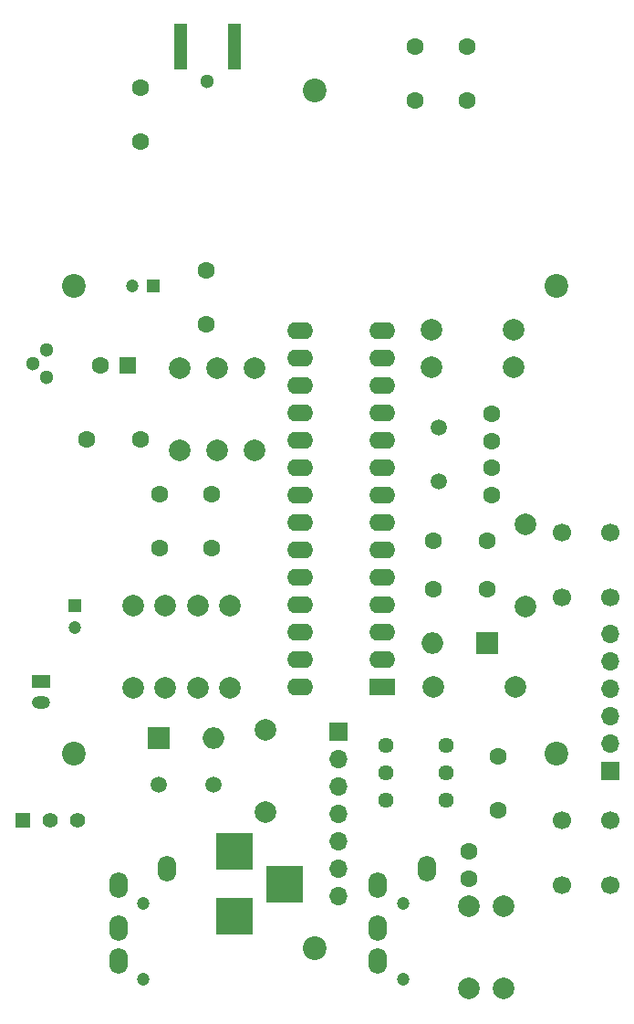
<source format=gbs>
G04 #@! TF.FileFunction,Soldermask,Bot*
%FSLAX46Y46*%
G04 Gerber Fmt 4.6, Leading zero omitted, Abs format (unit mm)*
G04 Created by KiCad (PCBNEW 4.0.6) date Thursday, 05 October 2017 'PMt' 05:15:57 PM*
%MOMM*%
%LPD*%
G01*
G04 APERTURE LIST*
%ADD10C,0.100000*%
%ADD11C,1.300000*%
%ADD12C,2.200000*%
%ADD13C,1.998980*%
%ADD14C,1.600000*%
%ADD15R,2.000000X2.000000*%
%ADD16O,2.000000X2.000000*%
%ADD17R,1.700000X1.200000*%
%ADD18O,1.700000X1.200000*%
%ADD19R,1.397000X1.397000*%
%ADD20C,1.397000*%
%ADD21R,2.400000X1.600000*%
%ADD22O,2.400000X1.600000*%
%ADD23C,1.500000*%
%ADD24R,1.600000X1.600000*%
%ADD25R,1.200000X1.200000*%
%ADD26C,1.200000*%
%ADD27R,3.500120X3.500120*%
%ADD28R,1.700000X1.700000*%
%ADD29O,1.700000X1.700000*%
%ADD30R,1.270000X4.200000*%
%ADD31C,1.700000*%
%ADD32C,1.501140*%
%ADD33O,1.700000X2.400000*%
%ADD34C,1.440000*%
G04 APERTURE END LIST*
D10*
D11*
X124430000Y-87530000D03*
X125700000Y-86260000D03*
X125700000Y-88800000D03*
D12*
X128200000Y-123700000D03*
D13*
X161400000Y-84400000D03*
X169020000Y-84400000D03*
D14*
X161600000Y-108500000D03*
X166600000Y-108500000D03*
X161600000Y-104000000D03*
X166600000Y-104000000D03*
X136200000Y-99700000D03*
X136200000Y-104700000D03*
X141000000Y-99700000D03*
X141000000Y-104700000D03*
X159900000Y-58200000D03*
X159900000Y-63200000D03*
D15*
X136100000Y-122300000D03*
D16*
X141180000Y-122300000D03*
D17*
X125200000Y-117000000D03*
D18*
X125200000Y-119000000D03*
D13*
X138000000Y-88000000D03*
X138000000Y-95620000D03*
X141500000Y-95600000D03*
X141500000Y-87980000D03*
X170100000Y-102500000D03*
X170100000Y-110120000D03*
X161600000Y-117500000D03*
X169220000Y-117500000D03*
X169000000Y-87900000D03*
X161380000Y-87900000D03*
X145000000Y-88000000D03*
X145000000Y-95620000D03*
D19*
X123460000Y-129900000D03*
D20*
X126000000Y-129900000D03*
X128540000Y-129900000D03*
D21*
X156800000Y-117500000D03*
D22*
X149180000Y-84480000D03*
X156800000Y-114960000D03*
X149180000Y-87020000D03*
X156800000Y-112420000D03*
X149180000Y-89560000D03*
X156800000Y-109880000D03*
X149180000Y-92100000D03*
X156800000Y-107340000D03*
X149180000Y-94640000D03*
X156800000Y-104800000D03*
X149180000Y-97180000D03*
X156800000Y-102260000D03*
X149180000Y-99720000D03*
X156800000Y-99720000D03*
X149180000Y-102260000D03*
X156800000Y-97180000D03*
X149180000Y-104800000D03*
X156800000Y-94640000D03*
X149180000Y-107340000D03*
X156800000Y-92100000D03*
X149180000Y-109880000D03*
X156800000Y-89560000D03*
X149180000Y-112420000D03*
X156800000Y-87020000D03*
X149180000Y-114960000D03*
X156800000Y-84480000D03*
X149180000Y-117500000D03*
D23*
X162100000Y-98500000D03*
X162100000Y-93500000D03*
D14*
X140500000Y-78900000D03*
X140500000Y-83900000D03*
X134400000Y-62000000D03*
X134400000Y-67000000D03*
X134400000Y-94600000D03*
X129400000Y-94600000D03*
D24*
X133200000Y-87700000D03*
D14*
X130700000Y-87700000D03*
D25*
X135600000Y-80400000D03*
D26*
X133600000Y-80400000D03*
D14*
X164700000Y-58200000D03*
X164700000Y-63200000D03*
D15*
X166600000Y-113500000D03*
D16*
X161520000Y-113500000D03*
D27*
X143100000Y-132799860D03*
X143100000Y-138799340D03*
X147799000Y-135799600D03*
D28*
X178000000Y-125300000D03*
D29*
X178000000Y-122760000D03*
X178000000Y-120220000D03*
X178000000Y-117680000D03*
X178000000Y-115140000D03*
X178000000Y-112600000D03*
D30*
X138100000Y-58200000D03*
X143100000Y-58200000D03*
D14*
X167000000Y-99750000D03*
X167000000Y-97250000D03*
X167000000Y-92250000D03*
X167000000Y-94750000D03*
D31*
X178000000Y-129900000D03*
X178000000Y-135900000D03*
X173500000Y-135900000D03*
X173500000Y-129900000D03*
X178000000Y-103200000D03*
X178000000Y-109200000D03*
X173500000Y-109200000D03*
X173500000Y-103200000D03*
D11*
X140600000Y-61400000D03*
D25*
X128300000Y-110000000D03*
D26*
X128300000Y-112000000D03*
D32*
X136060000Y-126600000D03*
X141140000Y-126610160D03*
D26*
X158750000Y-137600000D03*
D33*
X156450000Y-142900000D03*
X156450000Y-135900000D03*
X160950000Y-134400000D03*
X156450000Y-139900000D03*
D26*
X158750000Y-144600000D03*
X134650000Y-137600000D03*
D33*
X132350000Y-142900000D03*
X132350000Y-135900000D03*
X136850000Y-134400000D03*
X132350000Y-139900000D03*
D26*
X134650000Y-144600000D03*
D13*
X146000000Y-121500000D03*
X146000000Y-129120000D03*
X164900000Y-137900000D03*
X164900000Y-145520000D03*
X142700000Y-110000000D03*
X142700000Y-117620000D03*
X133700000Y-117600000D03*
X133700000Y-109980000D03*
X139700000Y-117600000D03*
X139700000Y-109980000D03*
X136700000Y-110000000D03*
X136700000Y-117620000D03*
D34*
X162800000Y-128000000D03*
X162800000Y-125460000D03*
X162800000Y-122920000D03*
X157200000Y-128000000D03*
X157200000Y-125460000D03*
X157200000Y-122920000D03*
D14*
X167600000Y-129000000D03*
X167600000Y-124000000D03*
X164900000Y-135300000D03*
X164900000Y-132800000D03*
D28*
X152800000Y-121700000D03*
D29*
X152800000Y-124240000D03*
X152800000Y-126780000D03*
X152800000Y-129320000D03*
X152800000Y-131860000D03*
X152800000Y-134400000D03*
X152800000Y-136940000D03*
D12*
X173000000Y-80400000D03*
X173000000Y-123700000D03*
X128200000Y-80400000D03*
X150600000Y-62250000D03*
X150600000Y-141750000D03*
D13*
X168100000Y-137900000D03*
X168100000Y-145520000D03*
M02*

</source>
